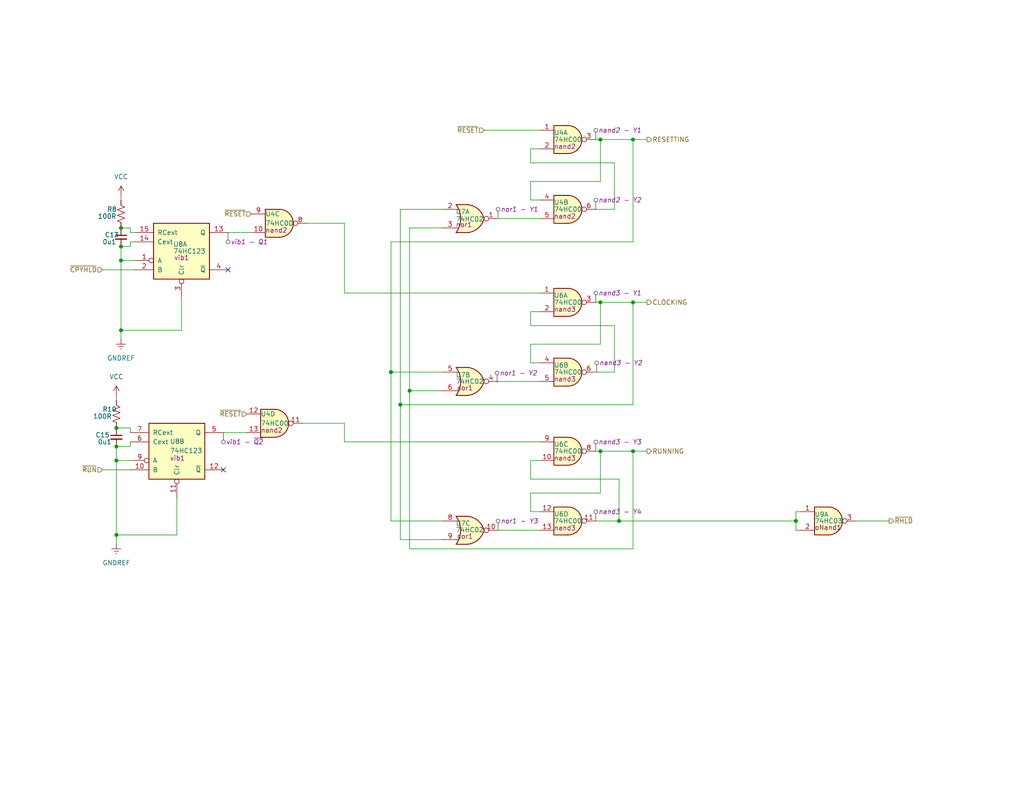
<source format=kicad_sch>
(kicad_sch (version 20230121) (generator eeschema)
  (paper "A")
  (title_block (title "Reset Module - State") (date "2022-10-29") (rev "1.0") (company "16-Bit Computer From Scratch") (comment 1 "Adam Clark (@eryjus)"))
  (lib_symbols
    (symbol "74xx:74HC00" (pin_names (offset 1.016))
      (property "Reference" "U" (at 0 1.27 0))
      (property "Value" "74HC00" (at 0 -1.27 0))
      (symbol "74HC00_1_1"
        (arc (start 0 -3.81) (mid 3.7934 0) (end 0 3.81) (stroke (width 0.254)) (fill (type background)))
        (polyline (pts (xy 0 3.81) (xy -3.81 3.81) (xy -3.81 -3.81) (xy 0 -3.81)) (stroke (width 0.254)) (fill (type background)))
        (pin input line (at -7.62 2.54 0) (length 3.81) (name "~") (number "1"))
        (pin input line (at -7.62 -2.54 0) (length 3.81) (name "~") (number "2"))
        (pin output inverted (at 7.62 0 180) (length 3.81) (name "~") (number "3"))
      )
      (symbol "74HC00_1_2"
        (arc (start -3.81 -3.81) (mid -2.589 0) (end -3.81 3.81) (stroke (width 0.254)))
        (arc (start -0.6096 -3.81) (mid 2.1842 -2.5851) (end 3.81 0) (stroke (width 0.254)) (fill (type background)))
        (polyline (pts (xy -3.81 -3.81) (xy -0.635 -3.81)) (stroke (width 0.254)) (fill (type background)))
        (polyline (pts (xy -3.81 3.81) (xy -0.635 3.81)) (stroke (width 0.254)) (fill (type background)))
        (polyline (pts (xy -0.635 3.81) (xy -3.81 3.81) (xy -3.81 3.81) (xy -3.556 3.4036) (xy -3.0226 2.2606) (xy -2.6924 1.0414) (xy -2.6162 -0.254) (xy -2.7686 -1.4986) (xy -3.175 -2.7178) (xy -3.81 -3.81) (xy -3.81 -3.81) (xy -0.635 -3.81)) (stroke (width -25.4)) (fill (type background)))
        (arc (start 3.81 0) (mid 2.1915 2.5936) (end -0.6096 3.81) (stroke (width 0.254)) (fill (type background)))
        (pin input inverted (at -7.62 2.54 0) (length 4.318) (name "~") (number "1"))
        (pin input inverted (at -7.62 -2.54 0) (length 4.318) (name "~") (number "2"))
        (pin output line (at 7.62 0 180) (length 3.81) (name "~") (number "3"))
      )
      (symbol "74HC00_2_1"
        (arc (start 0 -3.81) (mid 3.7934 0) (end 0 3.81) (stroke (width 0.254)) (fill (type background)))
        (polyline (pts (xy 0 3.81) (xy -3.81 3.81) (xy -3.81 -3.81) (xy 0 -3.81)) (stroke (width 0.254)) (fill (type background)))
        (pin input line (at -7.62 2.54 0) (length 3.81) (name "~") (number "4"))
        (pin input line (at -7.62 -2.54 0) (length 3.81) (name "~") (number "5"))
        (pin output inverted (at 7.62 0 180) (length 3.81) (name "~") (number "6"))
      )
      (symbol "74HC00_2_2"
        (arc (start -3.81 -3.81) (mid -2.589 0) (end -3.81 3.81) (stroke (width 0.254)))
        (arc (start -0.6096 -3.81) (mid 2.1842 -2.5851) (end 3.81 0) (stroke (width 0.254)) (fill (type background)))
        (polyline (pts (xy -3.81 -3.81) (xy -0.635 -3.81)) (stroke (width 0.254)) (fill (type background)))
        (polyline (pts (xy -3.81 3.81) (xy -0.635 3.81)) (stroke (width 0.254)) (fill (type background)))
        (polyline (pts (xy -0.635 3.81) (xy -3.81 3.81) (xy -3.81 3.81) (xy -3.556 3.4036) (xy -3.0226 2.2606) (xy -2.6924 1.0414) (xy -2.6162 -0.254) (xy -2.7686 -1.4986) (xy -3.175 -2.7178) (xy -3.81 -3.81) (xy -3.81 -3.81) (xy -0.635 -3.81)) (stroke (width -25.4)) (fill (type background)))
        (arc (start 3.81 0) (mid 2.1915 2.5936) (end -0.6096 3.81) (stroke (width 0.254)) (fill (type background)))
        (pin input inverted (at -7.62 2.54 0) (length 4.318) (name "~") (number "4"))
        (pin input inverted (at -7.62 -2.54 0) (length 4.318) (name "~") (number "5"))
        (pin output line (at 7.62 0 180) (length 3.81) (name "~") (number "6"))
      )
      (symbol "74HC00_3_1"
        (arc (start 0 -3.81) (mid 3.7934 0) (end 0 3.81) (stroke (width 0.254)) (fill (type background)))
        (polyline (pts (xy 0 3.81) (xy -3.81 3.81) (xy -3.81 -3.81) (xy 0 -3.81)) (stroke (width 0.254)) (fill (type background)))
        (pin input line (at -7.62 -2.54 0) (length 3.81) (name "~") (number "10"))
        (pin output inverted (at 7.62 0 180) (length 3.81) (name "~") (number "8"))
        (pin input line (at -7.62 2.54 0) (length 3.81) (name "~") (number "9"))
      )
      (symbol "74HC00_3_2"
        (arc (start -3.81 -3.81) (mid -2.589 0) (end -3.81 3.81) (stroke (width 0.254)))
        (arc (start -0.6096 -3.81) (mid 2.1842 -2.5851) (end 3.81 0) (stroke (width 0.254)) (fill (type background)))
        (polyline (pts (xy -3.81 -3.81) (xy -0.635 -3.81)) (stroke (width 0.254)) (fill (type background)))
        (polyline (pts (xy -3.81 3.81) (xy -0.635 3.81)) (stroke (width 0.254)) (fill (type background)))
        (polyline (pts (xy -0.635 3.81) (xy -3.81 3.81) (xy -3.81 3.81) (xy -3.556 3.4036) (xy -3.0226 2.2606) (xy -2.6924 1.0414) (xy -2.6162 -0.254) (xy -2.7686 -1.4986) (xy -3.175 -2.7178) (xy -3.81 -3.81) (xy -3.81 -3.81) (xy -0.635 -3.81)) (stroke (width -25.4)) (fill (type background)))
        (arc (start 3.81 0) (mid 2.1915 2.5936) (end -0.6096 3.81) (stroke (width 0.254)) (fill (type background)))
        (pin input inverted (at -7.62 -2.54 0) (length 4.318) (name "~") (number "10"))
        (pin output line (at 7.62 0 180) (length 3.81) (name "~") (number "8"))
        (pin input inverted (at -7.62 2.54 0) (length 4.318) (name "~") (number "9"))
      )
      (symbol "74HC00_4_1"
        (arc (start 0 -3.81) (mid 3.7934 0) (end 0 3.81) (stroke (width 0.254)) (fill (type background)))
        (polyline (pts (xy 0 3.81) (xy -3.81 3.81) (xy -3.81 -3.81) (xy 0 -3.81)) (stroke (width 0.254)) (fill (type background)))
        (pin output inverted (at 7.62 0 180) (length 3.81) (name "~") (number "11"))
        (pin input line (at -7.62 2.54 0) (length 3.81) (name "~") (number "12"))
        (pin input line (at -7.62 -2.54 0) (length 3.81) (name "~") (number "13"))
      )
      (symbol "74HC00_4_2"
        (arc (start -3.81 -3.81) (mid -2.589 0) (end -3.81 3.81) (stroke (width 0.254)))
        (arc (start -0.6096 -3.81) (mid 2.1842 -2.5851) (end 3.81 0) (stroke (width 0.254)) (fill (type background)))
        (polyline (pts (xy -3.81 -3.81) (xy -0.635 -3.81)) (stroke (width 0.254)) (fill (type background)))
        (polyline (pts (xy -3.81 3.81) (xy -0.635 3.81)) (stroke (width 0.254)) (fill (type background)))
        (polyline (pts (xy -0.635 3.81) (xy -3.81 3.81) (xy -3.81 3.81) (xy -3.556 3.4036) (xy -3.0226 2.2606) (xy -2.6924 1.0414) (xy -2.6162 -0.254) (xy -2.7686 -1.4986) (xy -3.175 -2.7178) (xy -3.81 -3.81) (xy -3.81 -3.81) (xy -0.635 -3.81)) (stroke (width -25.4)) (fill (type background)))
        (arc (start 3.81 0) (mid 2.1915 2.5936) (end -0.6096 3.81) (stroke (width 0.254)) (fill (type background)))
        (pin output line (at 7.62 0 180) (length 3.81) (name "~") (number "11"))
        (pin input inverted (at -7.62 2.54 0) (length 4.318) (name "~") (number "12"))
        (pin input inverted (at -7.62 -2.54 0) (length 4.318) (name "~") (number "13"))
      )
      (symbol "74HC00_5_0"
        (pin power_in line (at 0 12.7 270) (length 5.08) (name "VCC") (number "14"))
        (pin power_in line (at 0 -12.7 90) (length 5.08) (name "GND") (number "7"))
      )
      (symbol "74HC00_5_1"
        (rectangle (start -5.08 7.62) (end 5.08 -7.62) (stroke (width 0.254)) (fill (type background)))
      )
    )
    (symbol "74xx:74HC02" (pin_names (offset 1.016))
      (property "Reference" "U" (at 0 1.27 0))
      (property "Value" "74HC02" (at 0 -1.27 0))
      (symbol "74HC02_1_1"
        (arc (start -3.81 -3.81) (mid -2.589 0) (end -3.81 3.81) (stroke (width 0.254)))
        (arc (start -0.6096 -3.81) (mid 2.1842 -2.5851) (end 3.81 0) (stroke (width 0.254)) (fill (type background)))
        (polyline (pts (xy -3.81 -3.81) (xy -0.635 -3.81)) (stroke (width 0.254)) (fill (type background)))
        (polyline (pts (xy -3.81 3.81) (xy -0.635 3.81)) (stroke (width 0.254)) (fill (type background)))
        (polyline (pts (xy -0.635 3.81) (xy -3.81 3.81) (xy -3.81 3.81) (xy -3.556 3.4036) (xy -3.0226 2.2606) (xy -2.6924 1.0414) (xy -2.6162 -0.254) (xy -2.7686 -1.4986) (xy -3.175 -2.7178) (xy -3.81 -3.81) (xy -3.81 -3.81) (xy -0.635 -3.81)) (stroke (width -25.4)) (fill (type background)))
        (arc (start 3.81 0) (mid 2.1915 2.5936) (end -0.6096 3.81) (stroke (width 0.254)) (fill (type background)))
        (pin output inverted (at 7.62 0 180) (length 3.81) (name "~") (number "1"))
        (pin input line (at -7.62 2.54 0) (length 4.318) (name "~") (number "2"))
        (pin input line (at -7.62 -2.54 0) (length 4.318) (name "~") (number "3"))
      )
      (symbol "74HC02_1_2"
        (arc (start 0 -3.81) (mid 3.7934 0) (end 0 3.81) (stroke (width 0.254)) (fill (type background)))
        (polyline (pts (xy 0 3.81) (xy -3.81 3.81) (xy -3.81 -3.81) (xy 0 -3.81)) (stroke (width 0.254)) (fill (type background)))
        (pin output line (at 7.62 0 180) (length 3.81) (name "~") (number "1"))
        (pin input inverted (at -7.62 2.54 0) (length 3.81) (name "~") (number "2"))
        (pin input inverted (at -7.62 -2.54 0) (length 3.81) (name "~") (number "3"))
      )
      (symbol "74HC02_2_1"
        (arc (start -3.81 -3.81) (mid -2.589 0) (end -3.81 3.81) (stroke (width 0.254)))
        (arc (start -0.6096 -3.81) (mid 2.1842 -2.5851) (end 3.81 0) (stroke (width 0.254)) (fill (type background)))
        (polyline (pts (xy -3.81 -3.81) (xy -0.635 -3.81)) (stroke (width 0.254)) (fill (type background)))
        (polyline (pts (xy -3.81 3.81) (xy -0.635 3.81)) (stroke (width 0.254)) (fill (type background)))
        (polyline (pts (xy -0.635 3.81) (xy -3.81 3.81) (xy -3.81 3.81) (xy -3.556 3.4036) (xy -3.0226 2.2606) (xy -2.6924 1.0414) (xy -2.6162 -0.254) (xy -2.7686 -1.4986) (xy -3.175 -2.7178) (xy -3.81 -3.81) (xy -3.81 -3.81) (xy -0.635 -3.81)) (stroke (width -25.4)) (fill (type background)))
        (arc (start 3.81 0) (mid 2.1915 2.5936) (end -0.6096 3.81) (stroke (width 0.254)) (fill (type background)))
        (pin output inverted (at 7.62 0 180) (length 3.81) (name "~") (number "4"))
        (pin input line (at -7.62 2.54 0) (length 4.318) (name "~") (number "5"))
        (pin input line (at -7.62 -2.54 0) (length 4.318) (name "~") (number "6"))
      )
      (symbol "74HC02_2_2"
        (arc (start 0 -3.81) (mid 3.7934 0) (end 0 3.81) (stroke (width 0.254)) (fill (type background)))
        (polyline (pts (xy 0 3.81) (xy -3.81 3.81) (xy -3.81 -3.81) (xy 0 -3.81)) (stroke (width 0.254)) (fill (type background)))
        (pin output line (at 7.62 0 180) (length 3.81) (name "~") (number "4"))
        (pin input inverted (at -7.62 2.54 0) (length 3.81) (name "~") (number "5"))
        (pin input inverted (at -7.62 -2.54 0) (length 3.81) (name "~") (number "6"))
      )
      (symbol "74HC02_3_1"
        (arc (start -3.81 -3.81) (mid -2.589 0) (end -3.81 3.81) (stroke (width 0.254)))
        (arc (start -0.6096 -3.81) (mid 2.1842 -2.5851) (end 3.81 0) (stroke (width 0.254)) (fill (type background)))
        (polyline (pts (xy -3.81 -3.81) (xy -0.635 -3.81)) (stroke (width 0.254)) (fill (type background)))
        (polyline (pts (xy -3.81 3.81) (xy -0.635 3.81)) (stroke (width 0.254)) (fill (type background)))
        (polyline (pts (xy -0.635 3.81) (xy -3.81 3.81) (xy -3.81 3.81) (xy -3.556 3.4036) (xy -3.0226 2.2606) (xy -2.6924 1.0414) (xy -2.6162 -0.254) (xy -2.7686 -1.4986) (xy -3.175 -2.7178) (xy -3.81 -3.81) (xy -3.81 -3.81) (xy -0.635 -3.81)) (stroke (width -25.4)) (fill (type background)))
        (arc (start 3.81 0) (mid 2.1915 2.5936) (end -0.6096 3.81) (stroke (width 0.254)) (fill (type background)))
        (pin output inverted (at 7.62 0 180) (length 3.81) (name "~") (number "10"))
        (pin input line (at -7.62 2.54 0) (length 4.318) (name "~") (number "8"))
        (pin input line (at -7.62 -2.54 0) (length 4.318) (name "~") (number "9"))
      )
      (symbol "74HC02_3_2"
        (arc (start 0 -3.81) (mid 3.7934 0) (end 0 3.81) (stroke (width 0.254)) (fill (type background)))
        (polyline (pts (xy 0 3.81) (xy -3.81 3.81) (xy -3.81 -3.81) (xy 0 -3.81)) (stroke (width 0.254)) (fill (type background)))
        (pin output line (at 7.62 0 180) (length 3.81) (name "~") (number "10"))
        (pin input inverted (at -7.62 2.54 0) (length 3.81) (name "~") (number "8"))
        (pin input inverted (at -7.62 -2.54 0) (length 3.81) (name "~") (number "9"))
      )
      (symbol "74HC02_4_1"
        (arc (start -3.81 -3.81) (mid -2.589 0) (end -3.81 3.81) (stroke (width 0.254)))
        (arc (start -0.6096 -3.81) (mid 2.1842 -2.5851) (end 3.81 0) (stroke (width 0.254)) (fill (type background)))
        (polyline (pts (xy -3.81 -3.81) (xy -0.635 -3.81)) (stroke (width 0.254)) (fill (type background)))
        (polyline (pts (xy -3.81 3.81) (xy -0.635 3.81)) (stroke (width 0.254)) (fill (type background)))
        (polyline (pts (xy -0.635 3.81) (xy -3.81 3.81) (xy -3.81 3.81) (xy -3.556 3.4036) (xy -3.0226 2.2606) (xy -2.6924 1.0414) (xy -2.6162 -0.254) (xy -2.7686 -1.4986) (xy -3.175 -2.7178) (xy -3.81 -3.81) (xy -3.81 -3.81) (xy -0.635 -3.81)) (stroke (width -25.4)) (fill (type background)))
        (arc (start 3.81 0) (mid 2.1915 2.5936) (end -0.6096 3.81) (stroke (width 0.254)) (fill (type background)))
        (pin input line (at -7.62 2.54 0) (length 4.318) (name "~") (number "11"))
        (pin input line (at -7.62 -2.54 0) (length 4.318) (name "~") (number "12"))
        (pin output inverted (at 7.62 0 180) (length 3.81) (name "~") (number "13"))
      )
      (symbol "74HC02_4_2"
        (arc (start 0 -3.81) (mid 3.7934 0) (end 0 3.81) (stroke (width 0.254)) (fill (type background)))
        (polyline (pts (xy 0 3.81) (xy -3.81 3.81) (xy -3.81 -3.81) (xy 0 -3.81)) (stroke (width 0.254)) (fill (type background)))
        (pin input inverted (at -7.62 2.54 0) (length 3.81) (name "~") (number "11"))
        (pin input inverted (at -7.62 -2.54 0) (length 3.81) (name "~") (number "12"))
        (pin output line (at 7.62 0 180) (length 3.81) (name "~") (number "13"))
      )
      (symbol "74HC02_5_0"
        (pin power_in line (at 0 12.7 270) (length 5.08) (name "VCC") (number "14"))
        (pin power_in line (at 0 -12.7 90) (length 5.08) (name "GND") (number "7"))
      )
      (symbol "74HC02_5_1"
        (rectangle (start -5.08 7.62) (end 5.08 -7.62) (stroke (width 0.254)) (fill (type background)))
      )
    )
    (symbol "74xx:74HC123" (pin_names (offset 1.016))
      (property "Reference" "U" (at -7.62 8.89 0))
      (property "Value" "74HC123" (at -7.62 -8.89 0))
      (symbol "74HC123_1_0"
        (pin input inverted (at -12.7 -2.54 0) (length 5.08) (name "A") (number "1"))
        (pin output line (at 12.7 5.08 180) (length 5.08) (name "Q") (number "13"))
        (pin input line (at -12.7 2.54 0) (length 5.08) (name "Cext") (number "14"))
        (pin input line (at -12.7 5.08 0) (length 5.08) (name "RCext") (number "15"))
        (pin input line (at -12.7 -5.08 0) (length 5.08) (name "B") (number "2"))
        (pin input inverted (at 0 -12.7 90) (length 5.08) (name "Clr") (number "3"))
        (pin output line (at 12.7 -5.08 180) (length 5.08) (name "~{Q}") (number "4"))
      )
      (symbol "74HC123_1_1"
        (rectangle (start -7.62 7.62) (end 7.62 -7.62) (stroke (width 0.254)) (fill (type background)))
      )
      (symbol "74HC123_2_0"
        (pin input line (at -12.7 -5.08 0) (length 5.08) (name "B") (number "10"))
        (pin input inverted (at 0 -12.7 90) (length 5.08) (name "Clr") (number "11"))
        (pin output line (at 12.7 -5.08 180) (length 5.08) (name "~{Q}") (number "12"))
        (pin output line (at 12.7 5.08 180) (length 5.08) (name "Q") (number "5"))
        (pin input line (at -12.7 2.54 0) (length 5.08) (name "Cext") (number "6"))
        (pin input line (at -12.7 5.08 0) (length 5.08) (name "RCext") (number "7"))
        (pin input inverted (at -12.7 -2.54 0) (length 5.08) (name "A") (number "9"))
      )
      (symbol "74HC123_2_1"
        (rectangle (start -7.62 7.62) (end 7.62 -7.62) (stroke (width 0.254)) (fill (type background)))
      )
      (symbol "74HC123_3_0"
        (pin power_in line (at 0 12.7 270) (length 5.08) (name "VCC") (number "16"))
        (pin power_in line (at 0 -12.7 90) (length 5.08) (name "GND") (number "8"))
      )
      (symbol "74HC123_3_1"
        (rectangle (start -5.08 7.62) (end 5.08 -7.62) (stroke (width 0.254)) (fill (type background)))
      )
    )
    (symbol "Device:C_Small" (pin_numbers hide) (pin_names (offset 0.254) hide)
      (property "Reference" "C" (at 0.254 1.778 0))
      (property "Value" "C_Small" (at 0.254 -2.032 0))
      (symbol "C_Small_0_1"
        (polyline (pts (xy -1.524 -0.508) (xy 1.524 -0.508)) (stroke (width 0.3302)))
        (polyline (pts (xy -1.524 0.508) (xy 1.524 0.508)) (stroke (width 0.3048)))
      )
      (symbol "C_Small_1_1"
        (pin passive line (at 0 2.54 270) (length 2.032) (name "~") (number "1"))
        (pin passive line (at 0 -2.54 90) (length 2.032) (name "~") (number "2"))
      )
    )
    (symbol "Device:R_US" (pin_numbers hide) (pin_names (offset 0))
      (property "Reference" "R" (at 2.54 0 90))
      (property "Value" "R_US" (at -2.54 0 90))
      (symbol "R_US_0_1"
        (polyline (pts (xy 0 -2.286) (xy 0 -2.54)))
        (polyline (pts (xy 0 2.286) (xy 0 2.54)))
        (polyline (pts (xy 0 -0.762) (xy 1.016 -1.143) (xy 0 -1.524) (xy -1.016 -1.905) (xy 0 -2.286)))
        (polyline (pts (xy 0 0.762) (xy 1.016 0.381) (xy 0 0) (xy -1.016 -0.381) (xy 0 -0.762)))
        (polyline (pts (xy 0 2.286) (xy 1.016 1.905) (xy 0 1.524) (xy -1.016 1.143) (xy 0 0.762)))
      )
      (symbol "R_US_1_1"
        (pin passive line (at 0 3.81 270) (length 1.27) (name "~") (number "1"))
        (pin passive line (at 0 -3.81 90) (length 1.27) (name "~") (number "2"))
      )
    )
    (symbol "eryjus:74HC03" (pin_names (offset 1.016))
      (property "Reference" "U" (at 0 1.27 0))
      (property "Value" "74HC03" (at 0 -1.27 0))
      (symbol "74HC03_1_1"
        (arc (start 0 -3.81) (mid 3.7934 0) (end 0 3.81) (stroke (width 0.254)) (fill (type background)))
        (polyline (pts (xy 0 3.81) (xy -3.81 3.81) (xy -3.81 -3.81) (xy 0 -3.81)) (stroke (width 0.254)) (fill (type background)))
        (pin input line (at -7.62 2.54 0) (length 3.81) (name "~") (number "1"))
        (pin input line (at -7.62 -2.54 0) (length 3.81) (name "~") (number "2"))
        (pin output inverted (at 7.62 0 180) (length 3.81) (name "~") (number "3"))
      )
      (symbol "74HC03_1_2"
        (arc (start -3.81 -3.81) (mid -2.589 0) (end -3.81 3.81) (stroke (width 0.254)))
        (arc (start -0.6096 -3.81) (mid 2.1842 -2.5851) (end 3.81 0) (stroke (width 0.254)) (fill (type background)))
        (polyline (pts (xy -3.81 -3.81) (xy -0.635 -3.81)) (stroke (width 0.254)) (fill (type background)))
        (polyline (pts (xy -3.81 3.81) (xy -0.635 3.81)) (stroke (width 0.254)) (fill (type background)))
        (polyline (pts (xy -0.635 3.81) (xy -3.81 3.81) (xy -3.81 3.81) (xy -3.556 3.4036) (xy -3.0226 2.2606) (xy -2.6924 1.0414) (xy -2.6162 -0.254) (xy -2.7686 -1.4986) (xy -3.175 -2.7178) (xy -3.81 -3.81) (xy -3.81 -3.81) (xy -0.635 -3.81)) (stroke (width -25.4)) (fill (type background)))
        (arc (start 3.81 0) (mid 2.1915 2.5936) (end -0.6096 3.81) (stroke (width 0.254)) (fill (type background)))
        (pin input inverted (at -7.62 2.54 0) (length 4.318) (name "~") (number "1"))
        (pin input inverted (at -7.62 -2.54 0) (length 4.318) (name "~") (number "2"))
        (pin output line (at 7.62 0 180) (length 3.81) (name "~") (number "3"))
      )
      (symbol "74HC03_2_1"
        (arc (start 0 -3.81) (mid 3.7934 0) (end 0 3.81) (stroke (width 0.254)) (fill (type background)))
        (polyline (pts (xy 0 3.81) (xy -3.81 3.81) (xy -3.81 -3.81) (xy 0 -3.81)) (stroke (width 0.254)) (fill (type background)))
        (pin input line (at -7.62 2.54 0) (length 3.81) (name "~") (number "4"))
        (pin input line (at -7.62 -2.54 0) (length 3.81) (name "~") (number "5"))
        (pin output inverted (at 7.62 0 180) (length 3.81) (name "~") (number "6"))
      )
      (symbol "74HC03_2_2"
        (arc (start -3.81 -3.81) (mid -2.589 0) (end -3.81 3.81) (stroke (width 0.254)))
        (arc (start -0.6096 -3.81) (mid 2.1842 -2.5851) (end 3.81 0) (stroke (width 0.254)) (fill (type background)))
        (polyline (pts (xy -3.81 -3.81) (xy -0.635 -3.81)) (stroke (width 0.254)) (fill (type background)))
        (polyline (pts (xy -3.81 3.81) (xy -0.635 3.81)) (stroke (width 0.254)) (fill (type background)))
        (polyline (pts (xy -0.635 3.81) (xy -3.81 3.81) (xy -3.81 3.81) (xy -3.556 3.4036) (xy -3.0226 2.2606) (xy -2.6924 1.0414) (xy -2.6162 -0.254) (xy -2.7686 -1.4986) (xy -3.175 -2.7178) (xy -3.81 -3.81) (xy -3.81 -3.81) (xy -0.635 -3.81)) (stroke (width -25.4)) (fill (type background)))
        (arc (start 3.81 0) (mid 2.1915 2.5936) (end -0.6096 3.81) (stroke (width 0.254)) (fill (type background)))
        (pin input inverted (at -7.62 2.54 0) (length 4.318) (name "~") (number "4"))
        (pin input inverted (at -7.62 -2.54 0) (length 4.318) (name "~") (number "5"))
        (pin output line (at 7.62 0 180) (length 3.81) (name "~") (number "6"))
      )
      (symbol "74HC03_3_1"
        (arc (start 0 -3.81) (mid 3.7934 0) (end 0 3.81) (stroke (width 0.254)) (fill (type background)))
        (polyline (pts (xy 0 3.81) (xy -3.81 3.81) (xy -3.81 -3.81) (xy 0 -3.81)) (stroke (width 0.254)) (fill (type background)))
        (pin input line (at -7.62 -2.54 0) (length 3.81) (name "~") (number "10"))
        (pin output inverted (at 7.62 0 180) (length 3.81) (name "~") (number "8"))
        (pin input line (at -7.62 2.54 0) (length 3.81) (name "~") (number "9"))
      )
      (symbol "74HC03_3_2"
        (arc (start -3.81 -3.81) (mid -2.589 0) (end -3.81 3.81) (stroke (width 0.254)))
        (arc (start -0.6096 -3.81) (mid 2.1842 -2.5851) (end 3.81 0) (stroke (width 0.254)) (fill (type background)))
        (polyline (pts (xy -3.81 -3.81) (xy -0.635 -3.81)) (stroke (width 0.254)) (fill (type background)))
        (polyline (pts (xy -3.81 3.81) (xy -0.635 3.81)) (stroke (width 0.254)) (fill (type background)))
        (polyline (pts (xy -0.635 3.81) (xy -3.81 3.81) (xy -3.81 3.81) (xy -3.556 3.4036) (xy -3.0226 2.2606) (xy -2.6924 1.0414) (xy -2.6162 -0.254) (xy -2.7686 -1.4986) (xy -3.175 -2.7178) (xy -3.81 -3.81) (xy -3.81 -3.81) (xy -0.635 -3.81)) (stroke (width -25.4)) (fill (type background)))
        (arc (start 3.81 0) (mid 2.1915 2.5936) (end -0.6096 3.81) (stroke (width 0.254)) (fill (type background)))
        (pin input inverted (at -7.62 -2.54 0) (length 4.318) (name "~") (number "10"))
        (pin output line (at 7.62 0 180) (length 3.81) (name "~") (number "8"))
        (pin input inverted (at -7.62 2.54 0) (length 4.318) (name "~") (number "9"))
      )
      (symbol "74HC03_4_1"
        (arc (start 0 -3.81) (mid 3.7934 0) (end 0 3.81) (stroke (width 0.254)) (fill (type background)))
        (polyline (pts (xy 0 3.81) (xy -3.81 3.81) (xy -3.81 -3.81) (xy 0 -3.81)) (stroke (width 0.254)) (fill (type background)))
        (pin output inverted (at 7.62 0 180) (length 3.81) (name "~") (number "11"))
        (pin input line (at -7.62 2.54 0) (length 3.81) (name "~") (number "12"))
        (pin input line (at -7.62 -2.54 0) (length 3.81) (name "~") (number "13"))
      )
      (symbol "74HC03_4_2"
        (arc (start -3.81 -3.81) (mid -2.589 0) (end -3.81 3.81) (stroke (width 0.254)))
        (arc (start -0.6096 -3.81) (mid 2.1842 -2.5851) (end 3.81 0) (stroke (width 0.254)) (fill (type background)))
        (polyline (pts (xy -3.81 -3.81) (xy -0.635 -3.81)) (stroke (width 0.254)) (fill (type background)))
        (polyline (pts (xy -3.81 3.81) (xy -0.635 3.81)) (stroke (width 0.254)) (fill (type background)))
        (polyline (pts (xy -0.635 3.81) (xy -3.81 3.81) (xy -3.81 3.81) (xy -3.556 3.4036) (xy -3.0226 2.2606) (xy -2.6924 1.0414) (xy -2.6162 -0.254) (xy -2.7686 -1.4986) (xy -3.175 -2.7178) (xy -3.81 -3.81) (xy -3.81 -3.81) (xy -0.635 -3.81)) (stroke (width -25.4)) (fill (type background)))
        (arc (start 3.81 0) (mid 2.1915 2.5936) (end -0.6096 3.81) (stroke (width 0.254)) (fill (type background)))
        (pin output line (at 7.62 0 180) (length 3.81) (name "~") (number "11"))
        (pin input inverted (at -7.62 2.54 0) (length 4.318) (name "~") (number "12"))
        (pin input inverted (at -7.62 -2.54 0) (length 4.318) (name "~") (number "13"))
      )
      (symbol "74HC03_5_0"
        (pin power_in line (at 0 12.7 270) (length 5.08) (name "VCC") (number "14"))
        (pin power_in line (at 0 -12.7 90) (length 5.08) (name "GND") (number "7"))
      )
      (symbol "74HC03_5_1"
        (rectangle (start -5.08 7.62) (end 5.08 -7.62) (stroke (width 0.254)) (fill (type background)))
      )
    )
    (symbol "power:GNDREF" (power) (pin_names (offset 0))
      (property "Value" "GNDREF" (at 0 -3.81 0))
      (symbol "GNDREF_0_1"
        (polyline (pts (xy -0.635 -1.905) (xy 0.635 -1.905)))
        (polyline (pts (xy -0.127 -2.54) (xy 0.127 -2.54)))
        (polyline (pts (xy 0 -1.27) (xy 0 0)))
        (polyline (pts (xy 1.27 -1.27) (xy -1.27 -1.27)))
      )
      (symbol "GNDREF_1_1"
        (pin power_in line (at 0 0 270) (length 0) hide (name "GNDREF") (number "1"))
      )
    )
    (symbol "power:VCC" (power) (pin_names (offset 0))
      (property "Value" "VCC" (at 0 3.81 0))
      (symbol "VCC_0_1"
        (polyline (pts (xy -0.762 1.27) (xy 0 2.54)))
        (polyline (pts (xy 0 0) (xy 0 2.54)))
        (polyline (pts (xy 0 2.54) (xy 0.762 1.27)))
      )
      (symbol "VCC_1_1"
        (pin power_in line (at 0 0 90) (length 0) hide (name "VCC") (number "1"))
      )
    )
  )
  (junction (at 31.75 125.73))
  (junction (at 217.17 142.24))
  (junction (at 33.02 62.23))
  (junction (at 31.75 146.05))
  (junction (at 109.22 110.49))
  (junction (at 31.75 116.84))
  (junction (at 168.91 142.24))
  (junction (at 163.83 123.19))
  (junction (at 31.75 121.92))
  (junction (at 172.72 82.55))
  (junction (at 163.83 82.55))
  (junction (at 172.72 38.1))
  (junction (at 33.02 71.12))
  (junction (at 163.83 38.1))
  (junction (at 33.02 67.31))
  (junction (at 172.72 123.19))
  (junction (at 111.76 106.68))
  (junction (at 106.68 101.6))
  (junction (at 33.02 90.17))
  (no_connect (at 60.96 128.27))
  (no_connect (at 62.23 73.66))
  (wire (pts (xy 217.17 142.24) (xy 217.17 144.78)))
  (wire (pts (xy 31.75 146.05) (xy 31.75 148.59)))
  (wire (pts (xy 106.68 142.24) (xy 106.68 101.6)))
  (wire (pts (xy 27.94 128.27) (xy 35.56 128.27)))
  (wire (pts (xy 172.72 66.04) (xy 172.72 38.1)))
  (wire (pts (xy 163.83 38.1) (xy 163.83 49.53)))
  (wire (pts (xy 163.83 82.55) (xy 172.72 82.55)))
  (wire (pts (xy 35.56 116.84) (xy 31.75 116.84)))
  (wire (pts (xy 33.02 67.31) (xy 35.56 67.31)))
  (wire (pts (xy 167.64 44.45) (xy 167.64 57.15)))
  (wire (pts (xy 48.26 135.89) (xy 48.26 146.05)))
  (wire (pts (xy 144.78 88.9) (xy 167.64 88.9)))
  (wire (pts (xy 31.75 121.92) (xy 31.75 125.73)))
  (wire (pts (xy 62.23 63.5) (xy 68.58 63.5)))
  (wire (pts (xy 168.91 142.24) (xy 162.56 142.24)))
  (wire (pts (xy 168.91 142.24) (xy 217.17 142.24)))
  (wire (pts (xy 33.02 71.12) (xy 36.83 71.12)))
  (wire (pts (xy 35.56 66.04) (xy 36.83 66.04)))
  (wire (pts (xy 135.89 104.14) (xy 147.32 104.14)))
  (wire (pts (xy 172.72 123.19) (xy 176.53 123.19)))
  (wire (pts (xy 93.98 60.96) (xy 93.98 80.01)))
  (wire (pts (xy 135.89 144.78) (xy 147.32 144.78)))
  (wire (pts (xy 162.56 123.19) (xy 163.83 123.19)))
  (wire (pts (xy 218.44 139.7) (xy 217.17 139.7)))
  (wire (pts (xy 163.83 123.19) (xy 163.83 134.62)))
  (wire (pts (xy 163.83 38.1) (xy 172.72 38.1)))
  (wire (pts (xy 33.02 71.12) (xy 33.02 90.17)))
  (wire (pts (xy 109.22 110.49) (xy 109.22 147.32)))
  (wire (pts (xy 109.22 57.15) (xy 109.22 110.49)))
  (wire (pts (xy 33.02 90.17) (xy 33.02 92.71)))
  (wire (pts (xy 93.98 80.01) (xy 147.32 80.01)))
  (wire (pts (xy 111.76 149.86) (xy 172.72 149.86)))
  (wire (pts (xy 111.76 106.68) (xy 111.76 149.86)))
  (wire (pts (xy 35.56 63.5) (xy 35.56 62.23)))
  (wire (pts (xy 144.78 93.98) (xy 144.78 99.06)))
  (wire (pts (xy 163.83 93.98) (xy 163.83 82.55)))
  (wire (pts (xy 135.89 59.69) (xy 147.32 59.69)))
  (wire (pts (xy 83.82 60.96) (xy 93.98 60.96)))
  (wire (pts (xy 172.72 149.86) (xy 172.72 123.19)))
  (wire (pts (xy 35.56 118.11) (xy 35.56 116.84)))
  (wire (pts (xy 172.72 38.1) (xy 176.53 38.1)))
  (wire (pts (xy 147.32 40.64) (xy 144.78 40.64)))
  (wire (pts (xy 33.02 53.34) (xy 33.02 54.61)))
  (wire (pts (xy 35.56 67.31) (xy 35.56 66.04)))
  (wire (pts (xy 167.64 57.15) (xy 162.56 57.15)))
  (wire (pts (xy 48.26 146.05) (xy 31.75 146.05)))
  (wire (pts (xy 167.64 88.9) (xy 167.64 101.6)))
  (wire (pts (xy 162.56 82.55) (xy 163.83 82.55)))
  (wire (pts (xy 120.65 62.23) (xy 111.76 62.23)))
  (wire (pts (xy 106.68 101.6) (xy 120.65 101.6)))
  (wire (pts (xy 31.75 125.73) (xy 31.75 146.05)))
  (wire (pts (xy 144.78 99.06) (xy 147.32 99.06)))
  (wire (pts (xy 93.98 115.57) (xy 93.98 120.65)))
  (wire (pts (xy 132.08 35.56) (xy 147.32 35.56)))
  (wire (pts (xy 144.78 40.64) (xy 144.78 44.45)))
  (wire (pts (xy 163.83 49.53) (xy 144.78 49.53)))
  (wire (pts (xy 144.78 85.09) (xy 147.32 85.09)))
  (wire (pts (xy 242.57 142.24) (xy 233.68 142.24)))
  (wire (pts (xy 172.72 82.55) (xy 176.53 82.55)))
  (wire (pts (xy 144.78 130.81) (xy 168.91 130.81)))
  (wire (pts (xy 218.44 144.78) (xy 217.17 144.78)))
  (wire (pts (xy 168.91 130.81) (xy 168.91 142.24)))
  (wire (pts (xy 162.56 38.1) (xy 163.83 38.1)))
  (wire (pts (xy 109.22 110.49) (xy 172.72 110.49)))
  (wire (pts (xy 35.56 121.92) (xy 35.56 120.65)))
  (wire (pts (xy 120.65 142.24) (xy 106.68 142.24)))
  (wire (pts (xy 144.78 125.73) (xy 144.78 130.81)))
  (wire (pts (xy 111.76 62.23) (xy 111.76 106.68)))
  (wire (pts (xy 144.78 134.62) (xy 144.78 139.7)))
  (wire (pts (xy 144.78 139.7) (xy 147.32 139.7)))
  (wire (pts (xy 106.68 66.04) (xy 106.68 101.6)))
  (wire (pts (xy 49.53 81.28) (xy 49.53 90.17)))
  (wire (pts (xy 31.75 107.95) (xy 31.75 109.22)))
  (wire (pts (xy 93.98 120.65) (xy 147.32 120.65)))
  (wire (pts (xy 120.65 57.15) (xy 109.22 57.15)))
  (wire (pts (xy 31.75 125.73) (xy 35.56 125.73)))
  (wire (pts (xy 163.83 123.19) (xy 172.72 123.19)))
  (wire (pts (xy 162.56 101.6) (xy 167.64 101.6)))
  (wire (pts (xy 144.78 44.45) (xy 167.64 44.45)))
  (wire (pts (xy 106.68 66.04) (xy 172.72 66.04)))
  (wire (pts (xy 82.55 115.57) (xy 93.98 115.57)))
  (wire (pts (xy 144.78 85.09) (xy 144.78 88.9)))
  (wire (pts (xy 144.78 54.61) (xy 147.32 54.61)))
  (wire (pts (xy 49.53 90.17) (xy 33.02 90.17)))
  (wire (pts (xy 36.83 63.5) (xy 35.56 63.5)))
  (wire (pts (xy 163.83 93.98) (xy 144.78 93.98)))
  (wire (pts (xy 60.96 118.11) (xy 67.31 118.11)))
  (wire (pts (xy 33.02 67.31) (xy 33.02 71.12)))
  (wire (pts (xy 27.94 73.66) (xy 36.83 73.66)))
  (wire (pts (xy 144.78 49.53) (xy 144.78 54.61)))
  (wire (pts (xy 217.17 139.7) (xy 217.17 142.24)))
  (wire (pts (xy 120.65 147.32) (xy 109.22 147.32)))
  (wire (pts (xy 163.83 134.62) (xy 144.78 134.62)))
  (wire (pts (xy 172.72 82.55) (xy 172.72 110.49)))
  (wire (pts (xy 120.65 106.68) (xy 111.76 106.68)))
  (wire (pts (xy 147.32 125.73) (xy 144.78 125.73)))
  (wire (pts (xy 35.56 62.23) (xy 33.02 62.23)))
  (wire (pts (xy 31.75 121.92) (xy 35.56 121.92)))
  (hierarchical_label "~{RESET}" (shape input) (at 68.58 58.42 180))
  (hierarchical_label "~{RESET}" (shape input) (at 132.08 35.56 180))
  (hierarchical_label "~{CPYHLD}" (shape input) (at 27.94 73.66 180))
  (hierarchical_label "~{RESET}" (shape input) (at 67.31 113.03 180))
  (hierarchical_label "RESETTING" (shape output) (at 176.53 38.1 0))
  (hierarchical_label "CLOCKING" (shape output) (at 176.53 82.55 0))
  (hierarchical_label "~{RUN}" (shape input) (at 27.94 128.27 180))
  (hierarchical_label "RUNNING" (shape output) (at 176.53 123.19 0))
  (hierarchical_label "~{RHLD}" (shape output) (at 242.57 142.24 0))
  (netclass_flag "" (length 2.54) (shape round) (at 162.56 57.15 0) (property "Netclass" "nand2 - Y2" (at 163.2585 54.61 0) (effects (font italic) (justify left))))
  (netclass_flag "" (length 2.54) (shape round) (at 162.56 82.55 0) (property "Netclass" "nand3 - Y1" (at 163.2585 80.01 0) (effects (font italic) (justify left))))
  (netclass_flag "" (length 2.54) (shape round) (at 162.56 142.24 0) (property "Netclass" "nand3 - Y4" (at 163.2585 139.7 0) (effects (font italic) (justify left))))
  (netclass_flag "" (length 2.54) (shape round) (at 162.56 123.19 0) (property "Netclass" "nand3 - Y3" (at 163.2585 120.65 0) (effects (font italic) (justify left))))
  (netclass_flag "" (length 2.54) (shape round) (at 162.56 38.1 0) (property "Netclass" "nand2 - Y1" (at 163.2585 35.56 0) (effects (font italic) (justify left))))
  (netclass_flag "" (length 2.54) (shape round) (at 60.96 118.11 180) (property "Netclass" "vib1 - ~{Q2}" (at 61.6585 120.65 0) (effects (font italic) (justify left))))
  (netclass_flag "" (length 2.54) (shape round) (at 135.6359 104.3886 0) (property "Netclass" "nor1 - Y2" (at 136.3344 101.8486 0) (effects (font italic) (justify left))))
  (netclass_flag "" (length 2.54) (shape round) (at 62.23 63.5 180) (property "Netclass" "vib1 - Q1" (at 62.9285 66.04 0) (effects (font italic) (justify left))))
  (netclass_flag "" (length 2.54) (shape round) (at 162.814 101.6 0) (property "Netclass" "nand3 - Y2" (at 163.5125 99.06 0) (effects (font italic) (justify left))))
  (netclass_flag "" (length 2.54) (shape round) (at 135.89 59.69 0) (property "Netclass" "nor1 - Y1" (at 136.5885 57.15 0) (effects (font italic) (justify left))))
  (netclass_flag "" (length 2.54) (shape round) (at 135.89 144.78 0) (property "Netclass" "nor1 - Y3" (at 136.5885 142.24 0) (effects (font italic) (justify left))))
  (symbol (lib_id "74xx:74HC00") (at 154.94 57.15 0) (unit 2)
    (property "Reference" "U4" (at 151.13 55.245 0) (effects (justify left)))
    (property "Value" "74HC00" (at 151.13 57.15 0) (effects (justify left)))
    (property "Datasheet" "http://www.ti.com/lit/gpn/sn74hc00" (effects hide))
    (property "name" "nand2" (at 151.13 59.055 0) (effects (justify left)))
  )
  (symbol (lib_id "74xx:74HC00") (at 154.94 38.1 0) (unit 1)
    (property "Reference" "U4" (at 151.13 36.195 0) (effects (justify left)))
    (property "Value" "74HC00" (at 151.13 38.1 0) (effects (justify left)))
    (property "Datasheet" "http://www.ti.com/lit/gpn/sn74hc00" (effects hide))
    (property "name" "nand2" (at 151.13 40.005 0) (effects (justify left)))
  )
  (symbol (lib_id "74xx:74HC123") (at 49.53 68.58 0) (unit 1)
    (property "Reference" "U8" (at 47.244 66.675 0) (effects (justify left)))
    (property "Value" "74HC123" (at 47.244 68.58 0) (effects (justify left)))
    (property "Datasheet" "https://assets.nexperia.com/documents/data-sheet/74HC_HCT123.pdf" (effects hide))
    (property "name" "vib1" (at 47.498 70.358 0) (effects (justify left)))
  )
  (symbol (lib_id "74xx:74HC00") (at 154.94 82.55 0) (unit 1)
    (property "Reference" "U6" (at 151.13 80.645 0) (effects (justify left)))
    (property "Value" "74HC00" (at 151.13 82.55 0) (effects (justify left)))
    (property "Datasheet" "http://www.ti.com/lit/gpn/sn74hc00" (effects hide))
    (property "name" "nand3" (at 151.13 84.455 0) (effects (justify left)))
  )
  (symbol (lib_id "74xx:74HC02") (at 128.27 104.14 0) (unit 2)
    (property "Reference" "U7" (at 124.333 102.362 0) (effects (justify left)))
    (property "Value" "74HC02" (at 124.333 104.14 0) (effects (justify left)))
    (property "Datasheet" "http://www.ti.com/lit/gpn/sn74hc02" (effects hide))
    (property "name" "nor1" (at 124.587 105.918 0) (effects (justify left)))
  )
  (symbol (lib_id "power:VCC") (at 33.02 53.34 0) (unit 1)
    (property "Reference" "#PWR019" (effects hide))
    (property "Value" "VCC" (at 33.02 48.26 0))
  )
  (symbol (lib_id "74xx:74HC00") (at 76.2 60.96 0) (unit 3)
    (property "Reference" "U4" (at 72.39 58.42 0) (effects (justify left)))
    (property "Value" "74HC00" (at 72.39 60.96 0) (effects (justify left)))
    (property "Datasheet" "http://www.ti.com/lit/gpn/sn74hc00" (effects hide))
    (property "name" "nand2" (at 72.39 62.865 0) (effects (justify left)))
  )
  (symbol (lib_id "power:GNDREF") (at 33.02 92.71 0) (unit 1)
    (property "Reference" "#PWR021" (effects hide))
    (property "Value" "GNDREF" (at 33.02 97.79 0))
  )
  (symbol (lib_id "eryjus:74HC03") (at 226.06 142.24 0) (unit 1)
    (property "Reference" "U9" (at 222.25 140.462 0) (effects (justify left)))
    (property "Value" "74HC03" (at 222.25 142.24 0) (effects (justify left)))
    (property "Datasheet" "http://www.ti.com/lit/gpn/sn74hc03" (effects hide))
    (property "name" "oNand1" (at 222.25 144.018 0) (effects (justify left)))
  )
  (symbol (lib_id "74xx:74HC123") (at 48.26 123.19 0) (unit 2)
    (property "Reference" "U8" (at 46.355 120.523 0) (effects (justify left)))
    (property "Value" "74HC123" (at 46.355 123.063 0) (effects (justify left)))
    (property "Datasheet" "https://assets.nexperia.com/documents/data-sheet/74HC_HCT123.pdf" (effects hide))
    (property "name" "vib1" (at 46.355 125.095 0) (effects (justify left)))
  )
  (symbol (lib_id "74xx:74HC00") (at 154.94 142.24 0) (unit 4)
    (property "Reference" "U6" (at 151.13 140.335 0) (effects (justify left)))
    (property "Value" "74HC00" (at 151.13 142.24 0) (effects (justify left)))
    (property "Datasheet" "http://www.ti.com/lit/gpn/sn74hc00" (effects hide))
    (property "name" "nand3" (at 151.13 144.145 0) (effects (justify left)))
  )
  (symbol (lib_id "Device:C_Small") (at 33.02 64.77 0) (unit 1)
    (property "Reference" "C13" (at 28.575 64.135 0) (effects (justify left)))
    (property "Value" "0u1" (at 27.94 66.04 0) (effects (justify left)))
  )
  (symbol (lib_id "power:VCC") (at 31.75 107.95 0) (unit 1)
    (property "Reference" "#PWR022" (effects hide))
    (property "Value" "VCC" (at 31.75 102.87 0))
  )
  (symbol (lib_id "74xx:74HC00") (at 154.94 101.6 0) (unit 2)
    (property "Reference" "U6" (at 151.13 99.695 0) (effects (justify left)))
    (property "Value" "74HC00" (at 151.13 101.6 0) (effects (justify left)))
    (property "Datasheet" "http://www.ti.com/lit/gpn/sn74hc00" (effects hide))
    (property "name" "nand3" (at 151.13 103.505 0) (effects (justify left)))
  )
  (symbol (lib_id "power:GNDREF") (at 31.75 148.59 0) (unit 1)
    (property "Reference" "#PWR024" (effects hide))
    (property "Value" "GNDREF" (at 31.75 153.67 0))
  )
  (symbol (lib_id "74xx:74HC02") (at 128.27 144.78 0) (unit 3)
    (property "Reference" "U7" (at 124.333 142.875 0) (effects (justify left)))
    (property "Value" "74HC02" (at 124.333 144.653 0) (effects (justify left)))
    (property "Datasheet" "http://www.ti.com/lit/gpn/sn74hc02" (effects hide))
    (property "name" "nor1" (at 124.587 146.431 0) (effects (justify left)))
  )
  (symbol (lib_id "74xx:74HC02") (at 128.27 59.69 0) (unit 1)
    (property "Reference" "U7" (at 124.333 57.785 0) (effects (justify left)))
    (property "Value" "74HC02" (at 124.333 59.817 0) (effects (justify left)))
    (property "Datasheet" "http://www.ti.com/lit/gpn/sn74hc02" (effects hide))
    (property "name" "nor1" (at 124.333 61.341 0) (effects (justify left)))
  )
  (symbol (lib_id "Device:R_US") (at 31.75 113.03 0) (unit 1)
    (property "Reference" "R10" (at 27.94 111.76 0) (effects (justify left)))
    (property "Value" "100R" (at 25.4 113.665 0) (effects (justify left)))
  )
  (symbol (lib_id "74xx:74HC00") (at 154.94 123.19 0) (unit 3)
    (property "Reference" "U6" (at 151.13 121.285 0) (effects (justify left)))
    (property "Value" "74HC00" (at 151.13 123.19 0) (effects (justify left)))
    (property "Datasheet" "http://www.ti.com/lit/gpn/sn74hc00" (effects hide))
    (property "name" "nand3" (at 151.13 125.095 0) (effects (justify left)))
  )
  (symbol (lib_id "Device:R_US") (at 33.02 58.42 0) (unit 1)
    (property "Reference" "R8" (at 29.21 57.15 0) (effects (justify left)))
    (property "Value" "100R" (at 26.67 59.055 0) (effects (justify left)))
  )
  (symbol (lib_id "74xx:74HC00") (at 74.93 115.57 0) (unit 4)
    (property "Reference" "U4" (at 71.12 113.03 0) (effects (justify left)))
    (property "Value" "74HC00" (at 71.12 115.57 0) (effects (justify left)))
    (property "Datasheet" "http://www.ti.com/lit/gpn/sn74hc00" (effects hide))
    (property "name" "nand2" (at 71.12 117.475 0) (effects (justify left)))
  )
  (symbol (lib_id "Device:C_Small") (at 31.75 119.38 0) (unit 1)
    (property "Reference" "C15" (at 26.035 118.745 0) (effects (justify left)))
    (property "Value" "0u1" (at 26.67 120.65 0) (effects (justify left)))
  )
)
</source>
